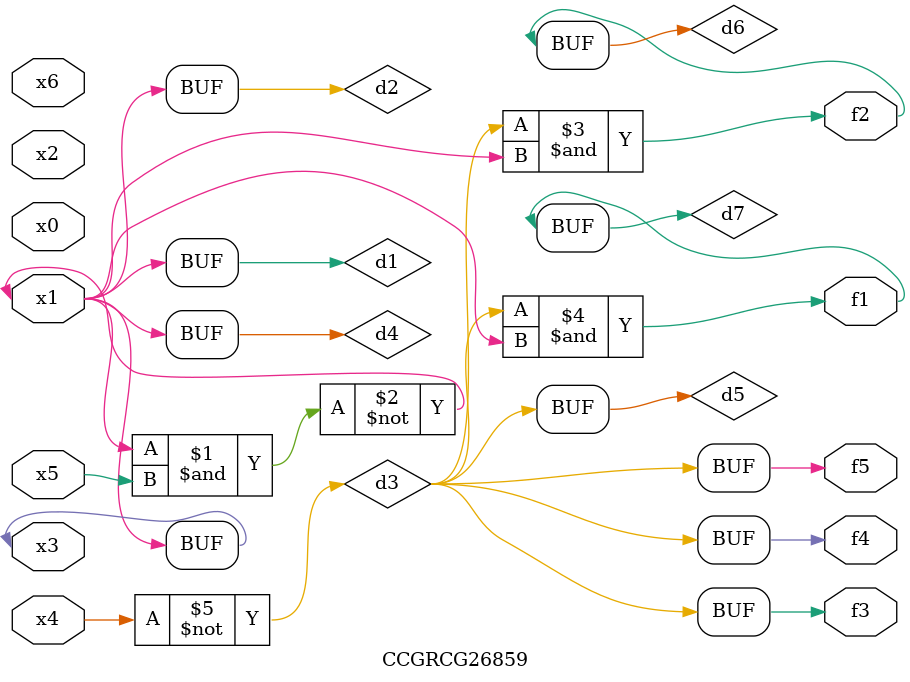
<source format=v>
module CCGRCG26859(
	input x0, x1, x2, x3, x4, x5, x6,
	output f1, f2, f3, f4, f5
);

	wire d1, d2, d3, d4, d5, d6, d7;

	buf (d1, x1, x3);
	nand (d2, x1, x5);
	not (d3, x4);
	buf (d4, d1, d2);
	buf (d5, d3);
	and (d6, d3, d4);
	and (d7, d3, d4);
	assign f1 = d7;
	assign f2 = d6;
	assign f3 = d5;
	assign f4 = d5;
	assign f5 = d5;
endmodule

</source>
